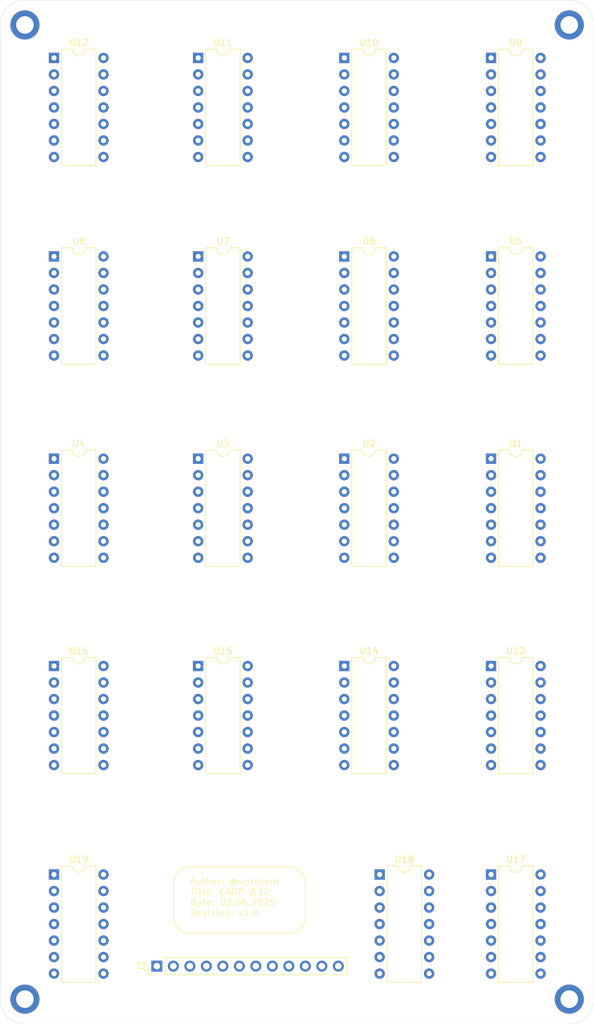
<source format=kicad_pcb>
(kicad_pcb (version 20240108) (generator "pcbnew") (generator_version "8.0")
  (title_block (title "САПР ДЗ2") (date "02.06.2025") (company "Imtjl Inc."))
  (layers (0 "F.Cu" signal) (31 "B.Cu" signal) (34 "B.Paste" user) (35 "F.Paste" user) (36 "B.SilkS" user "B.Silkscreen") (37 "F.SilkS" user "F.Silkscreen") (38 "B.Mask" user) (39 "F.Mask" user) (44 "Edge.Cuts" user))
  (net 0 "")
  (footprint "Package_DIP:DIP-14_W7.62mm" (layer "F.Cu") (at 77.48 153.55)
    (property "Reference" "U18")
    (property "Value" "DIP-14_W7.62mm")
  )
  (footprint "Package_DIP:DIP-14_W7.62mm" (layer "F.Cu") (at 72.04 27.935)
    (property "Reference" "U10")
    (property "Value" "DIP-14_W7.62mm")
  )
  (footprint "Connector_PinHeader_2.54mm:PinHeader_1x12_P2.54mm_Vertical" (layer "F.Cu") (at 43.18 167.64 90)
    (property "Reference" "J2")
    (property "Value" "PinHeader_1x12_P2.54mm_Vertical" (hide yes))
  )
  (footprint "Package_DIP:DIP-14_W7.62mm" (layer "F.Cu") (at 49.54 121.475)
    (property "Reference" "U15")
    (property "Value" "DIP-14_W7.62mm")
  )
  (footprint "MountingHole:MountingHole_2.7mm_M2.5_ISO7380_Pad" (layer "F.Cu") (at 22.86 22.86)
    (property "Reference" "REF**" (hide yes))
    (property "Value" "2.7mm_M2.5_ISO7380_Pad")
  )
  (footprint "Package_DIP:DIP-14_W7.62mm" (layer "F.Cu") (at 94.64 121.475)
    (property "Reference" "U13")
    (property "Value" "DIP-14_W7.62mm")
  )
  (footprint "Package_DIP:DIP-14_W7.62mm" (layer "F.Cu") (at 94.64 27.935)
    (property "Reference" "U9")
    (property "Value" "DIP-14_W7.62mm")
  )
  (footprint "Package_DIP:DIP-14_W7.62mm" (layer "F.Cu") (at 27.34 58.475)
    (property "Reference" "U8")
    (property "Value" "DIP-14_W7.62mm")
  )
  (footprint "Package_DIP:DIP-14_W7.62mm" (layer "F.Cu") (at 27.34 27.935)
    (property "Reference" "U12")
    (property "Value" "DIP-14_W7.62mm")
  )
  (footprint "Package_DIP:DIP-14_W7.62mm" (layer "F.Cu") (at 27.34 153.55)
    (property "Reference" "U19")
    (property "Value" "DIP-14_W7.62mm")
  )
  (footprint "Package_DIP:DIP-14_W7.62mm" (layer "F.Cu") (at 72.04 58.475)
    (property "Reference" "U6")
    (property "Value" "DIP-14_W7.62mm")
  )
  (footprint "Package_DIP:DIP-14_W7.62mm" (layer "F.Cu") (at 49.54 58.475)
    (property "Reference" "U7")
    (property "Value" "DIP-14_W7.62mm")
  )
  (footprint "Package_DIP:DIP-14_W7.62mm" (layer "F.Cu") (at 94.64 153.55)
    (property "Reference" "U17")
    (property "Value" "DIP-14_W7.62mm")
  )
  (footprint "Package_DIP:DIP-14_W7.62mm" (layer "F.Cu") (at 49.54 27.935)
    (property "Reference" "U11")
    (property "Value" "DIP-14_W7.62mm")
  )
  (footprint "MountingHole:MountingHole_2.7mm_M2.5_ISO7380_Pad" (layer "F.Cu") (at 106.68 172.72)
    (property "Reference" "REF**" (hide yes))
    (property "Value" "2.7mm_M2.5_ISO7380_Pad")
  )
  (footprint "MountingHole:MountingHole_2.7mm_M2.5_ISO7380_Pad" (layer "F.Cu") (at 22.86 172.72)
    (property "Reference" "REF**" (hide yes))
    (property "Value" "2.7mm_M2.5_ISO7380_Pad")
  )
  (footprint "MountingHole:MountingHole_2.7mm_M2.5_ISO7380_Pad" (layer "F.Cu") (at 106.68 22.86)
    (property "Reference" "REF**" (hide yes))
    (property "Value" "2.7mm_M2.5_ISO7380_Pad")
  )
  (footprint "Package_DIP:DIP-14_W7.62mm" (layer "F.Cu") (at 27.34 121.475)
    (property "Reference" "U16")
    (property "Value" "DIP-14_W7.62mm")
  )
  (footprint "Package_DIP:DIP-14_W7.62mm" (layer "F.Cu") (at 94.64 58.475)
    (property "Reference" "U5")
    (property "Value" "DIP-14_W7.62mm")
  )
  (footprint "Package_DIP:DIP-14_W7.62mm" (layer "F.Cu") (at 27.34 89.58)
    (property "Reference" "U4")
    (property "Value" "DIP-14_W7.62mm")
  )
  (footprint "Package_DIP:DIP-14_W7.62mm" (layer "F.Cu") (at 49.54 89.58)
    (property "Reference" "U3")
    (property "Value" "DIP-14_W7.62mm")
  )
  (footprint "Package_DIP:DIP-14_W7.62mm" (layer "F.Cu") (at 94.64 89.58)
    (property "Reference" "U1")
    (property "Value" "DIP-14_W7.62mm")
  )
  (footprint "Package_DIP:DIP-14_W7.62mm" (layer "F.Cu") (at 72.04 89.58)
    (property "Reference" "U2")
    (property "Value" "DIP-14_W7.62mm")
  )
  (footprint "Package_DIP:DIP-14_W7.62mm" (layer "F.Cu") (at 72.04 121.475)
    (property "Reference" "U14")
    (property "Value" "DIP-14_W7.62mm")
  )
  (gr_line (start 45.72 160.02) (end 45.72 154.94) (stroke (width 0.1)) (layer "F.SilkS"))
  (gr_line (start 63.5 162.56) (end 48.26 162.56) (stroke (width 0.1)) (layer "F.SilkS"))
  (gr_line (start 66.04 154.94) (end 66.04 160.02) (stroke (width 0.1)) (layer "F.SilkS"))
  (gr_arc (start 45.72 154.94) (mid 46.463949 153.143949) (end 48.26 152.4) (stroke (width 0.1)) (layer "F.SilkS"))
  (gr_arc (start 48.26 162.56) (mid 46.463949 161.816051) (end 45.72 160.02) (stroke (width 0.1)) (layer "F.SilkS"))
  (gr_arc (start 66.04 160.02) (mid 65.296051 161.816051) (end 63.5 162.56) (stroke (width 0.1)) (layer "F.SilkS"))
  (gr_arc (start 63.5 152.4) (mid 65.296051 153.143949) (end 66.04 154.94) (stroke (width 0.1)) (layer "F.SilkS"))
  (gr_line (start 48.26 152.4) (end 63.5 152.4) (stroke (width 0.1)) (layer "F.SilkS"))
  (gr_arc (start 19.05 22.86) (mid 20.165923 20.165923) (end 22.86 19.05) (stroke (width 0.05)) (layer "Edge.Cuts"))
  (gr_arc (start 110.49 172.72) (mid 109.374077 175.414077) (end 106.68 176.53) (stroke (width 0.05)) (layer "Edge.Cuts"))
  (gr_line (start 22.86 176.53) (end 106.68 176.53) (stroke (width 0.05)) (layer "Edge.Cuts"))
  (gr_arc (start 106.68 19.05) (mid 109.374077 20.165923) (end 110.49 22.86) (stroke (width 0.05)) (layer "Edge.Cuts"))
  (gr_line (start 19.05 22.86) (end 19.05 172.72) (stroke (width 0.05)) (layer "Edge.Cuts"))
  (gr_arc (start 22.86 176.53) (mid 20.165923 175.414077) (end 19.05 172.72) (stroke (width 0.05)) (layer "Edge.Cuts"))
  (gr_line (start 106.68 19.05) (end 22.86 19.05) (stroke (width 0.05)) (layer "Edge.Cuts"))
  (gr_line (start 110.49 172.72) (end 110.49 22.86) (stroke (width 0.05)) (layer "Edge.Cuts"))
  (gr_text "Author: @worthant\nTitle: САПР ДЗ2\nDate: 02.06.2025\nRevision: v1.0" (at 48.26 160.02 0) (layer "F.SilkS") (effects (font (size 1 1) (thickness 0.1)) (justify left bottom)))
  (via (at 68.58 167.64) (size 0.6) (drill 0.3) (layers "F.Cu" "B.Cu") (net 0))
)
</source>
